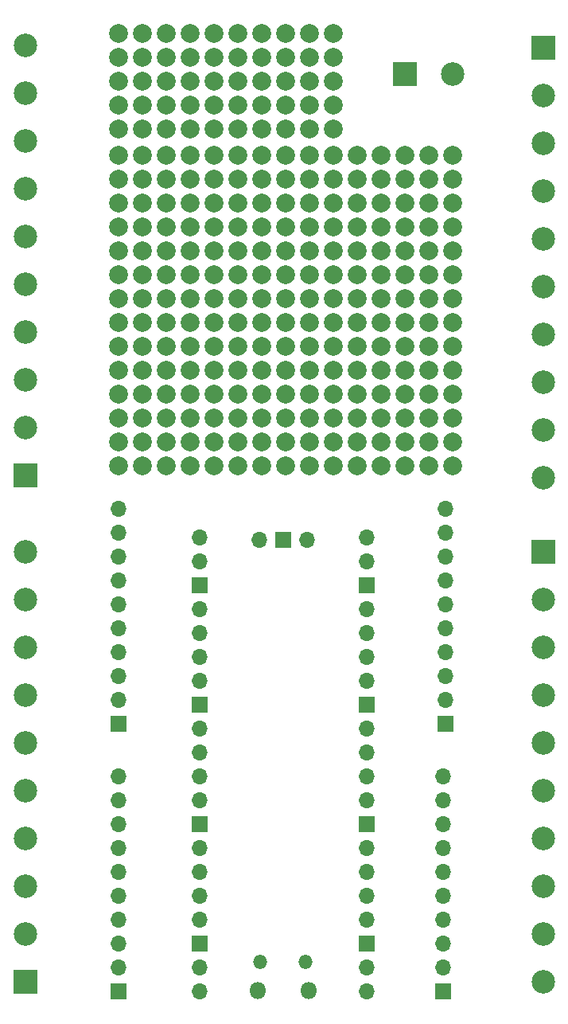
<source format=gbr>
%TF.GenerationSoftware,KiCad,Pcbnew,(5.1.6)-1*%
%TF.CreationDate,2021-02-08T13:30:39-05:00*%
%TF.ProjectId,MKME Pico Breakout,4d4b4d45-2050-4696-936f-20427265616b,rev?*%
%TF.SameCoordinates,Original*%
%TF.FileFunction,Soldermask,Bot*%
%TF.FilePolarity,Negative*%
%FSLAX46Y46*%
G04 Gerber Fmt 4.6, Leading zero omitted, Abs format (unit mm)*
G04 Created by KiCad (PCBNEW (5.1.6)-1) date 2021-02-08 13:30:39*
%MOMM*%
%LPD*%
G01*
G04 APERTURE LIST*
%ADD10C,2.000000*%
%ADD11R,2.500000X2.500000*%
%ADD12C,2.500000*%
%ADD13R,1.700000X1.700000*%
%ADD14O,1.700000X1.700000*%
%ADD15O,1.800000X1.800000*%
%ADD16O,1.500000X1.500000*%
G04 APERTURE END LIST*
D10*
%TO.C, *%
X228092000Y-56896000D03*
%TD*%
%TO.C, *%
X225552000Y-56896000D03*
%TD*%
%TO.C, *%
X223012000Y-56896000D03*
%TD*%
%TO.C, *%
X220472000Y-56896000D03*
%TD*%
%TO.C, *%
X217932000Y-56896000D03*
%TD*%
%TO.C, *%
X215392000Y-56896000D03*
%TD*%
%TO.C, *%
X212852000Y-56896000D03*
%TD*%
%TO.C, *%
X210312000Y-56896000D03*
%TD*%
%TO.C, *%
X207772000Y-56896000D03*
%TD*%
%TO.C, *%
X205232000Y-56896000D03*
%TD*%
%TO.C, *%
X228092000Y-54356000D03*
%TD*%
%TO.C, *%
X225552000Y-54356000D03*
%TD*%
%TO.C, *%
X223012000Y-54356000D03*
%TD*%
%TO.C, *%
X220472000Y-54356000D03*
%TD*%
%TO.C, *%
X217932000Y-54356000D03*
%TD*%
%TO.C, *%
X215392000Y-54356000D03*
%TD*%
%TO.C, *%
X212852000Y-54356000D03*
%TD*%
%TO.C, *%
X210312000Y-54356000D03*
%TD*%
%TO.C, *%
X207772000Y-54356000D03*
%TD*%
%TO.C, *%
X205232000Y-54356000D03*
%TD*%
%TO.C, *%
X228092000Y-51816000D03*
%TD*%
%TO.C, *%
X225552000Y-51816000D03*
%TD*%
%TO.C, *%
X223012000Y-51816000D03*
%TD*%
%TO.C, *%
X220472000Y-51816000D03*
%TD*%
%TO.C, *%
X217932000Y-51816000D03*
%TD*%
%TO.C, *%
X215392000Y-51816000D03*
%TD*%
%TO.C, *%
X212852000Y-51816000D03*
%TD*%
%TO.C, *%
X210312000Y-51816000D03*
%TD*%
%TO.C, *%
X207772000Y-51816000D03*
%TD*%
%TO.C, *%
X205232000Y-51816000D03*
%TD*%
%TO.C, *%
X228092000Y-49276000D03*
%TD*%
%TO.C, *%
X225552000Y-49276000D03*
%TD*%
%TO.C, *%
X223012000Y-49276000D03*
%TD*%
%TO.C, *%
X220472000Y-49276000D03*
%TD*%
%TO.C, *%
X217932000Y-49276000D03*
%TD*%
%TO.C, *%
X215392000Y-49276000D03*
%TD*%
%TO.C, *%
X212852000Y-49276000D03*
%TD*%
%TO.C, *%
X210312000Y-49276000D03*
%TD*%
%TO.C, *%
X207772000Y-49276000D03*
%TD*%
%TO.C, *%
X205232000Y-49276000D03*
%TD*%
%TO.C, *%
X228092000Y-46736000D03*
%TD*%
%TO.C, *%
X225552000Y-46736000D03*
%TD*%
%TO.C, *%
X223012000Y-46736000D03*
%TD*%
%TO.C, *%
X220472000Y-46736000D03*
%TD*%
%TO.C, *%
X217932000Y-46736000D03*
%TD*%
%TO.C, *%
X215392000Y-46736000D03*
%TD*%
%TO.C, *%
X212852000Y-46736000D03*
%TD*%
%TO.C, *%
X210312000Y-46736000D03*
%TD*%
%TO.C, *%
X207772000Y-46736000D03*
%TD*%
%TO.C, *%
X205232000Y-46736000D03*
%TD*%
%TO.C, *%
X240792000Y-92710000D03*
%TD*%
%TO.C, *%
X238252000Y-92710000D03*
%TD*%
%TO.C, *%
X235712000Y-92710000D03*
%TD*%
%TO.C, *%
X233172000Y-92710000D03*
%TD*%
%TO.C, *%
X230632000Y-92710000D03*
%TD*%
%TO.C, *%
X228092000Y-92710000D03*
%TD*%
%TO.C, *%
X225552000Y-92710000D03*
%TD*%
%TO.C, *%
X223012000Y-92710000D03*
%TD*%
%TO.C, *%
X220472000Y-92710000D03*
%TD*%
%TO.C, *%
X217932000Y-92710000D03*
%TD*%
%TO.C, *%
X215392000Y-92710000D03*
%TD*%
%TO.C, *%
X212852000Y-92710000D03*
%TD*%
%TO.C, *%
X210312000Y-92710000D03*
%TD*%
%TO.C, *%
X207772000Y-92710000D03*
%TD*%
%TO.C, *%
X205232000Y-92710000D03*
%TD*%
%TO.C, *%
X240792000Y-90170000D03*
%TD*%
%TO.C, *%
X238252000Y-90170000D03*
%TD*%
%TO.C, *%
X235712000Y-90170000D03*
%TD*%
%TO.C, *%
X233172000Y-90170000D03*
%TD*%
%TO.C, *%
X230632000Y-90170000D03*
%TD*%
%TO.C, *%
X228092000Y-90170000D03*
%TD*%
%TO.C, *%
X225552000Y-90170000D03*
%TD*%
%TO.C, *%
X223012000Y-90170000D03*
%TD*%
%TO.C, *%
X220472000Y-90170000D03*
%TD*%
%TO.C, *%
X217932000Y-90170000D03*
%TD*%
%TO.C, *%
X215392000Y-90170000D03*
%TD*%
%TO.C, *%
X212852000Y-90170000D03*
%TD*%
%TO.C, *%
X210312000Y-90170000D03*
%TD*%
%TO.C, *%
X207772000Y-90170000D03*
%TD*%
%TO.C, *%
X205232000Y-90170000D03*
%TD*%
%TO.C, *%
X240792000Y-87630000D03*
%TD*%
%TO.C, *%
X238252000Y-87630000D03*
%TD*%
%TO.C, *%
X235712000Y-87630000D03*
%TD*%
%TO.C, *%
X233172000Y-87630000D03*
%TD*%
%TO.C, *%
X230632000Y-87630000D03*
%TD*%
%TO.C, *%
X228092000Y-87630000D03*
%TD*%
%TO.C, *%
X225552000Y-87630000D03*
%TD*%
%TO.C, *%
X223012000Y-87630000D03*
%TD*%
%TO.C, *%
X220472000Y-87630000D03*
%TD*%
%TO.C, *%
X217932000Y-87630000D03*
%TD*%
%TO.C, *%
X215392000Y-87630000D03*
%TD*%
%TO.C, *%
X212852000Y-87630000D03*
%TD*%
%TO.C, *%
X210312000Y-87630000D03*
%TD*%
%TO.C, *%
X207772000Y-87630000D03*
%TD*%
%TO.C, *%
X205232000Y-87630000D03*
%TD*%
%TO.C, *%
X240792000Y-85090000D03*
%TD*%
%TO.C, *%
X238252000Y-85090000D03*
%TD*%
%TO.C, *%
X235712000Y-85090000D03*
%TD*%
%TO.C, *%
X233172000Y-85090000D03*
%TD*%
%TO.C, *%
X230632000Y-85090000D03*
%TD*%
%TO.C, *%
X228092000Y-85090000D03*
%TD*%
%TO.C, *%
X225552000Y-85090000D03*
%TD*%
%TO.C, *%
X223012000Y-85090000D03*
%TD*%
%TO.C, *%
X220472000Y-85090000D03*
%TD*%
%TO.C, *%
X217932000Y-85090000D03*
%TD*%
%TO.C, *%
X215392000Y-85090000D03*
%TD*%
%TO.C, *%
X212852000Y-85090000D03*
%TD*%
%TO.C, *%
X210312000Y-85090000D03*
%TD*%
%TO.C, *%
X207772000Y-85090000D03*
%TD*%
%TO.C, *%
X205232000Y-85090000D03*
%TD*%
%TO.C, *%
X240792000Y-82550000D03*
%TD*%
%TO.C, *%
X238252000Y-82550000D03*
%TD*%
%TO.C, *%
X235712000Y-82550000D03*
%TD*%
%TO.C, *%
X233172000Y-82550000D03*
%TD*%
%TO.C, *%
X230632000Y-82550000D03*
%TD*%
%TO.C, *%
X228092000Y-82550000D03*
%TD*%
%TO.C, *%
X225552000Y-82550000D03*
%TD*%
%TO.C, *%
X223012000Y-82550000D03*
%TD*%
%TO.C, *%
X220472000Y-82550000D03*
%TD*%
%TO.C, *%
X217932000Y-82550000D03*
%TD*%
%TO.C, *%
X215392000Y-82550000D03*
%TD*%
%TO.C, *%
X212852000Y-82550000D03*
%TD*%
%TO.C, *%
X210312000Y-82550000D03*
%TD*%
%TO.C, *%
X207772000Y-82550000D03*
%TD*%
%TO.C, *%
X205232000Y-82550000D03*
%TD*%
%TO.C, *%
X240792000Y-80010000D03*
%TD*%
%TO.C, *%
X238252000Y-80010000D03*
%TD*%
%TO.C, *%
X235712000Y-80010000D03*
%TD*%
%TO.C, *%
X233172000Y-80010000D03*
%TD*%
%TO.C, *%
X230632000Y-80010000D03*
%TD*%
%TO.C, *%
X228092000Y-80010000D03*
%TD*%
%TO.C, *%
X225552000Y-80010000D03*
%TD*%
%TO.C, *%
X223012000Y-80010000D03*
%TD*%
%TO.C, *%
X220472000Y-80010000D03*
%TD*%
%TO.C, *%
X217932000Y-80010000D03*
%TD*%
%TO.C, *%
X215392000Y-80010000D03*
%TD*%
%TO.C, *%
X212852000Y-80010000D03*
%TD*%
%TO.C, *%
X210312000Y-80010000D03*
%TD*%
%TO.C, *%
X207772000Y-80010000D03*
%TD*%
%TO.C, *%
X205232000Y-80010000D03*
%TD*%
%TO.C, *%
X240792000Y-77470000D03*
%TD*%
%TO.C, *%
X238252000Y-77470000D03*
%TD*%
%TO.C, *%
X235712000Y-77470000D03*
%TD*%
%TO.C, *%
X233172000Y-77470000D03*
%TD*%
%TO.C, *%
X230632000Y-77470000D03*
%TD*%
%TO.C, *%
X228092000Y-77470000D03*
%TD*%
%TO.C, *%
X225552000Y-77470000D03*
%TD*%
%TO.C, *%
X223012000Y-77470000D03*
%TD*%
%TO.C, *%
X220472000Y-77470000D03*
%TD*%
%TO.C, *%
X217932000Y-77470000D03*
%TD*%
%TO.C, *%
X215392000Y-77470000D03*
%TD*%
%TO.C, *%
X212852000Y-77470000D03*
%TD*%
%TO.C, *%
X210312000Y-77470000D03*
%TD*%
%TO.C, *%
X207772000Y-77470000D03*
%TD*%
%TO.C, *%
X205232000Y-77470000D03*
%TD*%
%TO.C, *%
X240792000Y-74930000D03*
%TD*%
%TO.C, *%
X238252000Y-74930000D03*
%TD*%
%TO.C, *%
X235712000Y-74930000D03*
%TD*%
%TO.C, *%
X233172000Y-74930000D03*
%TD*%
%TO.C, *%
X230632000Y-74930000D03*
%TD*%
%TO.C, *%
X228092000Y-74930000D03*
%TD*%
%TO.C, *%
X225552000Y-74930000D03*
%TD*%
%TO.C, *%
X223012000Y-74930000D03*
%TD*%
%TO.C, *%
X220472000Y-74930000D03*
%TD*%
%TO.C, *%
X217932000Y-74930000D03*
%TD*%
%TO.C, *%
X215392000Y-74930000D03*
%TD*%
%TO.C, *%
X212852000Y-74930000D03*
%TD*%
%TO.C, *%
X210312000Y-74930000D03*
%TD*%
%TO.C, *%
X207772000Y-74930000D03*
%TD*%
%TO.C, *%
X205232000Y-74930000D03*
%TD*%
%TO.C, *%
X240792000Y-72390000D03*
%TD*%
%TO.C, *%
X238252000Y-72390000D03*
%TD*%
%TO.C, *%
X235712000Y-72390000D03*
%TD*%
%TO.C, *%
X233172000Y-72390000D03*
%TD*%
%TO.C, *%
X230632000Y-72390000D03*
%TD*%
%TO.C, *%
X228092000Y-72390000D03*
%TD*%
%TO.C, *%
X225552000Y-72390000D03*
%TD*%
%TO.C, *%
X223012000Y-72390000D03*
%TD*%
%TO.C, *%
X220472000Y-72390000D03*
%TD*%
%TO.C, *%
X217932000Y-72390000D03*
%TD*%
%TO.C, *%
X215392000Y-72390000D03*
%TD*%
%TO.C, *%
X212852000Y-72390000D03*
%TD*%
%TO.C, *%
X210312000Y-72390000D03*
%TD*%
%TO.C, *%
X207772000Y-72390000D03*
%TD*%
%TO.C, *%
X205232000Y-72390000D03*
%TD*%
%TO.C, *%
X240792000Y-69850000D03*
%TD*%
%TO.C, *%
X238252000Y-69850000D03*
%TD*%
%TO.C, *%
X235712000Y-69850000D03*
%TD*%
%TO.C, *%
X233172000Y-69850000D03*
%TD*%
%TO.C, *%
X230632000Y-69850000D03*
%TD*%
%TO.C, *%
X228092000Y-69850000D03*
%TD*%
%TO.C, *%
X225552000Y-69850000D03*
%TD*%
%TO.C, *%
X223012000Y-69850000D03*
%TD*%
%TO.C, *%
X220472000Y-69850000D03*
%TD*%
%TO.C, *%
X217932000Y-69850000D03*
%TD*%
%TO.C, *%
X215392000Y-69850000D03*
%TD*%
%TO.C, *%
X212852000Y-69850000D03*
%TD*%
%TO.C, *%
X210312000Y-69850000D03*
%TD*%
%TO.C, *%
X207772000Y-69850000D03*
%TD*%
%TO.C, *%
X205232000Y-69850000D03*
%TD*%
%TO.C, *%
X240792000Y-67310000D03*
%TD*%
%TO.C, *%
X238252000Y-67310000D03*
%TD*%
%TO.C, *%
X235712000Y-67310000D03*
%TD*%
%TO.C, *%
X233172000Y-67310000D03*
%TD*%
%TO.C, *%
X230632000Y-67310000D03*
%TD*%
%TO.C, *%
X228092000Y-67310000D03*
%TD*%
%TO.C, *%
X225552000Y-67310000D03*
%TD*%
%TO.C, *%
X223012000Y-67310000D03*
%TD*%
%TO.C, *%
X220472000Y-67310000D03*
%TD*%
%TO.C, *%
X217932000Y-67310000D03*
%TD*%
%TO.C, *%
X215392000Y-67310000D03*
%TD*%
%TO.C, *%
X212852000Y-67310000D03*
%TD*%
%TO.C, *%
X210312000Y-67310000D03*
%TD*%
%TO.C, *%
X207772000Y-67310000D03*
%TD*%
%TO.C, *%
X205232000Y-67310000D03*
%TD*%
%TO.C, *%
X240792000Y-64770000D03*
%TD*%
%TO.C, *%
X238252000Y-64770000D03*
%TD*%
%TO.C, *%
X235712000Y-64770000D03*
%TD*%
%TO.C, *%
X233172000Y-64770000D03*
%TD*%
%TO.C, *%
X230632000Y-64770000D03*
%TD*%
%TO.C, *%
X228092000Y-64770000D03*
%TD*%
%TO.C, *%
X225552000Y-64770000D03*
%TD*%
%TO.C, *%
X223012000Y-64770000D03*
%TD*%
%TO.C, *%
X220472000Y-64770000D03*
%TD*%
%TO.C, *%
X217932000Y-64770000D03*
%TD*%
%TO.C, *%
X215392000Y-64770000D03*
%TD*%
%TO.C, *%
X212852000Y-64770000D03*
%TD*%
%TO.C, *%
X210312000Y-64770000D03*
%TD*%
%TO.C, *%
X207772000Y-64770000D03*
%TD*%
%TO.C, *%
X205232000Y-64770000D03*
%TD*%
%TO.C, *%
X240792000Y-62230000D03*
%TD*%
%TO.C, *%
X238252000Y-62230000D03*
%TD*%
%TO.C, *%
X235712000Y-62230000D03*
%TD*%
%TO.C, *%
X233172000Y-62230000D03*
%TD*%
%TO.C, *%
X230632000Y-62230000D03*
%TD*%
%TO.C, *%
X228092000Y-62230000D03*
%TD*%
%TO.C, *%
X225552000Y-62230000D03*
%TD*%
%TO.C, *%
X223012000Y-62230000D03*
%TD*%
%TO.C, *%
X220472000Y-62230000D03*
%TD*%
%TO.C, *%
X217932000Y-62230000D03*
%TD*%
%TO.C, *%
X215392000Y-62230000D03*
%TD*%
%TO.C, *%
X212852000Y-62230000D03*
%TD*%
%TO.C, *%
X210312000Y-62230000D03*
%TD*%
%TO.C, *%
X207772000Y-62230000D03*
%TD*%
%TO.C, *%
X205232000Y-62230000D03*
%TD*%
%TO.C, *%
X240792000Y-59690000D03*
%TD*%
%TO.C, *%
X238252000Y-59690000D03*
%TD*%
%TO.C, *%
X235712000Y-59690000D03*
%TD*%
%TO.C, *%
X233172000Y-59690000D03*
%TD*%
%TO.C, *%
X230632000Y-59690000D03*
%TD*%
%TO.C, *%
X228092000Y-59690000D03*
%TD*%
%TO.C, *%
X225552000Y-59690000D03*
%TD*%
%TO.C, *%
X223012000Y-59690000D03*
%TD*%
%TO.C, *%
X220472000Y-59690000D03*
%TD*%
%TO.C, *%
X217932000Y-59690000D03*
%TD*%
%TO.C, *%
X215392000Y-59690000D03*
%TD*%
%TO.C, *%
X212852000Y-59690000D03*
%TD*%
%TO.C, *%
X210312000Y-59690000D03*
%TD*%
%TO.C, *%
X207772000Y-59690000D03*
%TD*%
%TO.C, *%
X205232000Y-59690000D03*
%TD*%
D11*
%TO.C,J1*%
X250444000Y-48260000D03*
D12*
X250444000Y-53340000D03*
X250444000Y-58420000D03*
X250444000Y-63500000D03*
X250444000Y-68580000D03*
X250444000Y-73660000D03*
X250444000Y-78740000D03*
X250444000Y-83820000D03*
X250444000Y-88900000D03*
X250444000Y-93980000D03*
%TD*%
D13*
%TO.C,J2*%
X240030000Y-120142000D03*
D14*
X240030000Y-117602000D03*
X240030000Y-115062000D03*
X240030000Y-112522000D03*
X240030000Y-109982000D03*
X240030000Y-107442000D03*
X240030000Y-104902000D03*
X240030000Y-102362000D03*
X240030000Y-99822000D03*
X240030000Y-97282000D03*
%TD*%
D11*
%TO.C,J3*%
X235712000Y-51054000D03*
D12*
X240792000Y-51054000D03*
%TD*%
%TO.C,J4*%
X250444000Y-147574000D03*
X250444000Y-142494000D03*
X250444000Y-137414000D03*
X250444000Y-132334000D03*
X250444000Y-127254000D03*
X250444000Y-122174000D03*
X250444000Y-117094000D03*
X250444000Y-112014000D03*
X250444000Y-106934000D03*
D11*
X250444000Y-101854000D03*
%TD*%
D14*
%TO.C,J5*%
X239776000Y-125730000D03*
X239776000Y-128270000D03*
X239776000Y-130810000D03*
X239776000Y-133350000D03*
X239776000Y-135890000D03*
X239776000Y-138430000D03*
X239776000Y-140970000D03*
X239776000Y-143510000D03*
X239776000Y-146050000D03*
D13*
X239776000Y-148590000D03*
%TD*%
%TO.C,J6*%
X205232000Y-120142000D03*
D14*
X205232000Y-117602000D03*
X205232000Y-115062000D03*
X205232000Y-112522000D03*
X205232000Y-109982000D03*
X205232000Y-107442000D03*
X205232000Y-104902000D03*
X205232000Y-102362000D03*
X205232000Y-99822000D03*
X205232000Y-97282000D03*
%TD*%
%TO.C,J7*%
X205232000Y-125730000D03*
X205232000Y-128270000D03*
X205232000Y-130810000D03*
X205232000Y-133350000D03*
X205232000Y-135890000D03*
X205232000Y-138430000D03*
X205232000Y-140970000D03*
X205232000Y-143510000D03*
X205232000Y-146050000D03*
D13*
X205232000Y-148590000D03*
%TD*%
D11*
%TO.C,J8*%
X195326000Y-93726000D03*
D12*
X195326000Y-88646000D03*
X195326000Y-83566000D03*
X195326000Y-78486000D03*
X195326000Y-73406000D03*
X195326000Y-68326000D03*
X195326000Y-63246000D03*
X195326000Y-58166000D03*
X195326000Y-53086000D03*
X195326000Y-48006000D03*
%TD*%
D11*
%TO.C,J9*%
X195326000Y-147574000D03*
D12*
X195326000Y-142494000D03*
X195326000Y-137414000D03*
X195326000Y-132334000D03*
X195326000Y-127254000D03*
X195326000Y-122174000D03*
X195326000Y-117094000D03*
X195326000Y-112014000D03*
X195326000Y-106934000D03*
X195326000Y-101854000D03*
%TD*%
D14*
%TO.C,U1*%
X231648000Y-148590000D03*
X231648000Y-146050000D03*
D13*
X231648000Y-143510000D03*
D14*
X231648000Y-140970000D03*
X231648000Y-138430000D03*
X231648000Y-135890000D03*
X231648000Y-133350000D03*
D13*
X231648000Y-130810000D03*
D14*
X231648000Y-128270000D03*
X231648000Y-125730000D03*
X231648000Y-123190000D03*
X231648000Y-120650000D03*
D13*
X231648000Y-118110000D03*
D14*
X231648000Y-115570000D03*
X231648000Y-113030000D03*
X231648000Y-110490000D03*
X231648000Y-107950000D03*
D13*
X231648000Y-105410000D03*
D14*
X231648000Y-102870000D03*
X231648000Y-100330000D03*
X213868000Y-100330000D03*
X213868000Y-102870000D03*
D13*
X213868000Y-105410000D03*
D14*
X213868000Y-107950000D03*
X213868000Y-110490000D03*
X213868000Y-113030000D03*
X213868000Y-115570000D03*
D13*
X213868000Y-118110000D03*
D14*
X213868000Y-120650000D03*
X213868000Y-123190000D03*
X213868000Y-125730000D03*
X213868000Y-128270000D03*
D13*
X213868000Y-130810000D03*
D14*
X213868000Y-133350000D03*
X213868000Y-135890000D03*
X213868000Y-138430000D03*
X213868000Y-140970000D03*
D13*
X213868000Y-143510000D03*
D14*
X213868000Y-146050000D03*
X213868000Y-148590000D03*
D15*
X225483000Y-148460000D03*
X220033000Y-148460000D03*
D16*
X225183000Y-145430000D03*
X220333000Y-145430000D03*
D14*
X225298000Y-100560000D03*
D13*
X222758000Y-100560000D03*
D14*
X220218000Y-100560000D03*
%TD*%
M02*

</source>
